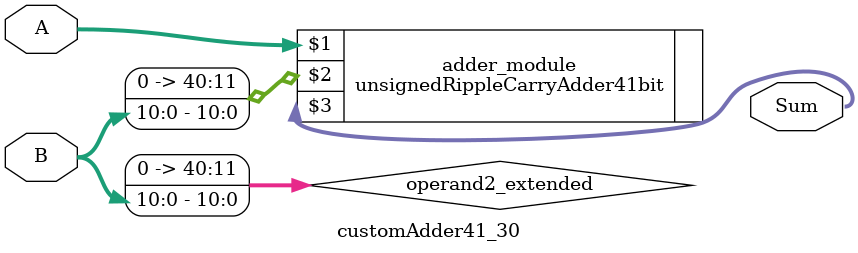
<source format=v>
module customAdder41_30(
                        input [40 : 0] A,
                        input [10 : 0] B,
                        
                        output [41 : 0] Sum
                );

        wire [40 : 0] operand2_extended;
        
        assign operand2_extended =  {30'b0, B};
        
        unsignedRippleCarryAdder41bit adder_module(
            A,
            operand2_extended,
            Sum
        );
        
        endmodule
        
</source>
